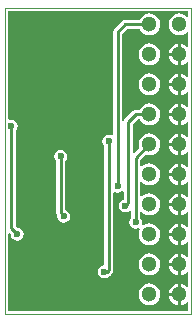
<source format=gbl>
G04 Layer_Physical_Order=2*
G04 Layer_Color=16711680*
%FSLAX25Y25*%
%MOIN*%
G70*
G01*
G75*
%ADD13C,0.01000*%
%ADD14C,0.00394*%
%ADD15C,0.05118*%
%ADD16C,0.02362*%
G36*
X1473000Y731195D02*
X1472783Y731121D01*
X1472500Y731068D01*
X1471795Y731609D01*
X1470929Y731967D01*
X1470000Y732090D01*
X1469071Y731967D01*
X1468205Y731609D01*
X1467462Y731038D01*
X1466891Y730295D01*
X1466533Y729429D01*
X1466410Y728500D01*
X1466533Y727571D01*
X1466891Y726705D01*
X1467462Y725962D01*
X1468205Y725391D01*
X1469071Y725033D01*
X1470000Y724910D01*
X1470929Y725033D01*
X1471795Y725391D01*
X1472500Y725932D01*
X1472783Y725878D01*
X1473000Y725805D01*
Y721195D01*
X1472783Y721122D01*
X1472500Y721068D01*
X1471795Y721609D01*
X1470929Y721967D01*
X1470500Y722024D01*
Y718500D01*
Y714976D01*
X1470929Y715033D01*
X1471795Y715391D01*
X1472500Y715932D01*
X1472783Y715878D01*
X1473000Y715805D01*
Y711195D01*
X1472783Y711122D01*
X1472500Y711068D01*
X1471795Y711609D01*
X1470929Y711967D01*
X1470500Y712024D01*
Y708500D01*
Y704976D01*
X1470929Y705033D01*
X1471795Y705391D01*
X1472500Y705932D01*
X1472783Y705878D01*
X1473000Y705805D01*
Y701195D01*
X1472783Y701122D01*
X1472500Y701068D01*
X1471795Y701609D01*
X1470929Y701967D01*
X1470500Y702024D01*
Y698500D01*
Y694976D01*
X1470929Y695033D01*
X1471795Y695391D01*
X1472500Y695932D01*
X1472783Y695879D01*
X1473000Y695805D01*
Y691195D01*
X1472783Y691121D01*
X1472500Y691068D01*
X1471795Y691609D01*
X1470929Y691967D01*
X1470500Y692024D01*
Y688500D01*
Y684976D01*
X1470929Y685033D01*
X1471795Y685391D01*
X1472500Y685932D01*
X1472783Y685879D01*
X1473000Y685805D01*
Y681195D01*
X1472783Y681121D01*
X1472500Y681068D01*
X1471795Y681609D01*
X1470929Y681967D01*
X1470500Y682024D01*
Y678500D01*
Y674976D01*
X1470929Y675033D01*
X1471795Y675391D01*
X1472500Y675932D01*
X1472783Y675878D01*
X1473000Y675805D01*
Y671195D01*
X1472783Y671122D01*
X1472500Y671068D01*
X1471795Y671609D01*
X1470929Y671967D01*
X1470500Y672024D01*
Y668500D01*
Y664976D01*
X1470929Y665033D01*
X1471795Y665391D01*
X1472500Y665932D01*
X1472783Y665878D01*
X1473000Y665805D01*
Y661195D01*
X1472783Y661122D01*
X1472500Y661068D01*
X1471795Y661609D01*
X1470929Y661967D01*
X1470500Y662024D01*
Y658500D01*
Y654976D01*
X1470929Y655033D01*
X1471795Y655391D01*
X1472500Y655932D01*
X1472783Y655878D01*
X1473000Y655805D01*
Y651195D01*
X1472783Y651122D01*
X1472500Y651068D01*
X1471795Y651609D01*
X1470929Y651967D01*
X1470500Y652024D01*
Y648500D01*
Y644976D01*
X1470929Y645033D01*
X1471795Y645391D01*
X1472500Y645932D01*
X1472783Y645879D01*
X1473000Y645805D01*
Y641195D01*
X1472783Y641121D01*
X1472500Y641068D01*
X1471795Y641609D01*
X1470929Y641967D01*
X1470500Y642024D01*
Y638500D01*
Y634976D01*
X1470929Y635033D01*
X1471795Y635391D01*
X1472500Y635932D01*
X1472783Y635879D01*
X1473000Y635805D01*
Y633000D01*
X1413000D01*
Y658684D01*
X1413442Y658867D01*
X1413785Y658545D01*
X1413776Y658500D01*
X1413945Y657649D01*
X1414427Y656927D01*
X1415149Y656445D01*
X1416000Y656276D01*
X1416851Y656445D01*
X1417572Y656927D01*
X1418055Y657649D01*
X1418224Y658500D01*
X1418055Y659351D01*
X1417572Y660073D01*
X1416851Y660555D01*
X1416000Y660724D01*
X1415949Y660714D01*
X1415529Y661133D01*
Y692899D01*
X1415572Y692928D01*
X1416055Y693649D01*
X1416224Y694500D01*
X1416055Y695351D01*
X1415572Y696072D01*
X1414851Y696555D01*
X1414000Y696724D01*
X1413500Y696624D01*
X1413000Y697011D01*
Y733000D01*
X1473000D01*
Y731195D01*
D02*
G37*
%LPC*%
G36*
X1430500Y686724D02*
X1429649Y686555D01*
X1428928Y686072D01*
X1428445Y685351D01*
X1428276Y684500D01*
X1428445Y683649D01*
X1428928Y682928D01*
X1428971Y682899D01*
Y665500D01*
X1429087Y664915D01*
X1429296Y664602D01*
X1429276Y664500D01*
X1429445Y663649D01*
X1429928Y662927D01*
X1430649Y662445D01*
X1431500Y662276D01*
X1432351Y662445D01*
X1433072Y662927D01*
X1433555Y663649D01*
X1433724Y664500D01*
X1433555Y665351D01*
X1433072Y666073D01*
X1432351Y666555D01*
X1432029Y666618D01*
Y682899D01*
X1432073Y682928D01*
X1432555Y683649D01*
X1432724Y684500D01*
X1432555Y685351D01*
X1432073Y686072D01*
X1431351Y686555D01*
X1430500Y686724D01*
D02*
G37*
G36*
X1469500Y662024D02*
X1469071Y661967D01*
X1468205Y661609D01*
X1467462Y661038D01*
X1466891Y660295D01*
X1466533Y659429D01*
X1466476Y659000D01*
X1469500D01*
Y662024D01*
D02*
G37*
G36*
Y658000D02*
X1466476D01*
X1466533Y657571D01*
X1466891Y656705D01*
X1467462Y655962D01*
X1468205Y655391D01*
X1469071Y655033D01*
X1469500Y654976D01*
Y658000D01*
D02*
G37*
G36*
Y678000D02*
X1466476D01*
X1466533Y677571D01*
X1466891Y676705D01*
X1467462Y675962D01*
X1468205Y675391D01*
X1469071Y675033D01*
X1469500Y674976D01*
Y678000D01*
D02*
G37*
G36*
Y672024D02*
X1469071Y671967D01*
X1468205Y671609D01*
X1467462Y671038D01*
X1466891Y670295D01*
X1466533Y669429D01*
X1466476Y669000D01*
X1469500D01*
Y672024D01*
D02*
G37*
G36*
Y668000D02*
X1466476D01*
X1466533Y667571D01*
X1466891Y666705D01*
X1467462Y665962D01*
X1468205Y665391D01*
X1469071Y665033D01*
X1469500Y664976D01*
Y668000D01*
D02*
G37*
G36*
Y642024D02*
X1469071Y641967D01*
X1468205Y641609D01*
X1467462Y641038D01*
X1466891Y640295D01*
X1466533Y639429D01*
X1466476Y639000D01*
X1469500D01*
Y642024D01*
D02*
G37*
G36*
Y638000D02*
X1466476D01*
X1466533Y637571D01*
X1466891Y636705D01*
X1467462Y635962D01*
X1468205Y635391D01*
X1469071Y635033D01*
X1469500Y634976D01*
Y638000D01*
D02*
G37*
G36*
X1460000Y642090D02*
X1459071Y641967D01*
X1458205Y641609D01*
X1457462Y641038D01*
X1456891Y640295D01*
X1456533Y639429D01*
X1456410Y638500D01*
X1456533Y637571D01*
X1456891Y636705D01*
X1457462Y635962D01*
X1458205Y635391D01*
X1459071Y635033D01*
X1460000Y634910D01*
X1460929Y635033D01*
X1461795Y635391D01*
X1462538Y635962D01*
X1463109Y636705D01*
X1463467Y637571D01*
X1463590Y638500D01*
X1463467Y639429D01*
X1463109Y640295D01*
X1462538Y641038D01*
X1461795Y641609D01*
X1460929Y641967D01*
X1460000Y642090D01*
D02*
G37*
G36*
X1469500Y652024D02*
X1469071Y651967D01*
X1468205Y651609D01*
X1467462Y651038D01*
X1466891Y650295D01*
X1466533Y649429D01*
X1466476Y649000D01*
X1469500D01*
Y652024D01*
D02*
G37*
G36*
Y648000D02*
X1466476D01*
X1466533Y647571D01*
X1466891Y646705D01*
X1467462Y645962D01*
X1468205Y645391D01*
X1469071Y645033D01*
X1469500Y644976D01*
Y648000D01*
D02*
G37*
G36*
X1460000Y652090D02*
X1459071Y651967D01*
X1458205Y651609D01*
X1457462Y651038D01*
X1456891Y650295D01*
X1456533Y649429D01*
X1456410Y648500D01*
X1456533Y647571D01*
X1456891Y646705D01*
X1457462Y645962D01*
X1458205Y645391D01*
X1459071Y645033D01*
X1460000Y644910D01*
X1460929Y645033D01*
X1461795Y645391D01*
X1462538Y645962D01*
X1463109Y646705D01*
X1463467Y647571D01*
X1463590Y648500D01*
X1463467Y649429D01*
X1463109Y650295D01*
X1462538Y651038D01*
X1461795Y651609D01*
X1460929Y651967D01*
X1460000Y652090D01*
D02*
G37*
G36*
Y722090D02*
X1459071Y721967D01*
X1458205Y721609D01*
X1457462Y721038D01*
X1456891Y720295D01*
X1456533Y719429D01*
X1456410Y718500D01*
X1456533Y717571D01*
X1456891Y716705D01*
X1457462Y715962D01*
X1458205Y715391D01*
X1459071Y715033D01*
X1460000Y714910D01*
X1460929Y715033D01*
X1461795Y715391D01*
X1462538Y715962D01*
X1463109Y716705D01*
X1463467Y717571D01*
X1463590Y718500D01*
X1463467Y719429D01*
X1463109Y720295D01*
X1462538Y721038D01*
X1461795Y721609D01*
X1460929Y721967D01*
X1460000Y722090D01*
D02*
G37*
G36*
X1469500Y712024D02*
X1469071Y711967D01*
X1468205Y711609D01*
X1467462Y711038D01*
X1466891Y710295D01*
X1466533Y709429D01*
X1466476Y709000D01*
X1469500D01*
Y712024D01*
D02*
G37*
G36*
Y708000D02*
X1466476D01*
X1466533Y707571D01*
X1466891Y706705D01*
X1467462Y705962D01*
X1468205Y705391D01*
X1469071Y705033D01*
X1469500Y704976D01*
Y708000D01*
D02*
G37*
G36*
X1460000Y732090D02*
X1459071Y731967D01*
X1458205Y731609D01*
X1457462Y731038D01*
X1456891Y730295D01*
X1456781Y730029D01*
X1452000D01*
X1451415Y729913D01*
X1450919Y729581D01*
X1448419Y727081D01*
X1448087Y726585D01*
X1447971Y726000D01*
Y691671D01*
X1447530Y691435D01*
X1447351Y691555D01*
X1446500Y691724D01*
X1445649Y691555D01*
X1444928Y691073D01*
X1444445Y690351D01*
X1444276Y689500D01*
X1444445Y688649D01*
X1444928Y687927D01*
X1444971Y687899D01*
Y648218D01*
X1444149Y648055D01*
X1443427Y647573D01*
X1442945Y646851D01*
X1442776Y646000D01*
X1442945Y645149D01*
X1443427Y644427D01*
X1444149Y643945D01*
X1445000Y643776D01*
X1445851Y643945D01*
X1446572Y644427D01*
X1446755Y644700D01*
X1447081Y644919D01*
X1447581Y645419D01*
X1447913Y645915D01*
X1448029Y646500D01*
Y672329D01*
X1448470Y672565D01*
X1448649Y672445D01*
X1449500Y672276D01*
X1450351Y672445D01*
X1450971Y672859D01*
X1451471Y672692D01*
Y670119D01*
X1451149Y670055D01*
X1450428Y669572D01*
X1449945Y668851D01*
X1449776Y668000D01*
X1449945Y667149D01*
X1450428Y666428D01*
X1451149Y665945D01*
X1452000Y665776D01*
X1452851Y665945D01*
X1453471Y666359D01*
X1453971Y666192D01*
Y664101D01*
X1453928Y664073D01*
X1453445Y663351D01*
X1453276Y662500D01*
X1453445Y661649D01*
X1453928Y660927D01*
X1454649Y660445D01*
X1455500Y660276D01*
X1456351Y660445D01*
X1456464Y660521D01*
X1456840Y660171D01*
X1456533Y659429D01*
X1456410Y658500D01*
X1456533Y657571D01*
X1456891Y656705D01*
X1457462Y655962D01*
X1458205Y655391D01*
X1459071Y655033D01*
X1460000Y654910D01*
X1460929Y655033D01*
X1461795Y655391D01*
X1462538Y655962D01*
X1463109Y656705D01*
X1463467Y657571D01*
X1463590Y658500D01*
X1463467Y659429D01*
X1463109Y660295D01*
X1462538Y661038D01*
X1461795Y661609D01*
X1460929Y661967D01*
X1460000Y662090D01*
X1459071Y661967D01*
X1458205Y661609D01*
X1457984Y661439D01*
X1457866Y661496D01*
X1457576Y661756D01*
X1457724Y662500D01*
X1457555Y663351D01*
X1457073Y664073D01*
X1457029Y664101D01*
Y665787D01*
X1457529Y665910D01*
X1458205Y665391D01*
X1459071Y665033D01*
X1460000Y664910D01*
X1460929Y665033D01*
X1461795Y665391D01*
X1462538Y665962D01*
X1463109Y666705D01*
X1463467Y667571D01*
X1463590Y668500D01*
X1463467Y669429D01*
X1463109Y670295D01*
X1462538Y671038D01*
X1461795Y671609D01*
X1460929Y671967D01*
X1460000Y672090D01*
X1459071Y671967D01*
X1458205Y671609D01*
X1457529Y671090D01*
X1457029Y671213D01*
Y675786D01*
X1457529Y675910D01*
X1458205Y675391D01*
X1459071Y675033D01*
X1460000Y674910D01*
X1460929Y675033D01*
X1461795Y675391D01*
X1462538Y675962D01*
X1463109Y676705D01*
X1463467Y677571D01*
X1463590Y678500D01*
X1463467Y679429D01*
X1463109Y680295D01*
X1462538Y681038D01*
X1461795Y681609D01*
X1460929Y681967D01*
X1460000Y682090D01*
X1459071Y681967D01*
X1458205Y681609D01*
X1457529Y681090D01*
X1457029Y681214D01*
Y683366D01*
X1458805Y685143D01*
X1459071Y685033D01*
X1460000Y684910D01*
X1460929Y685033D01*
X1461795Y685391D01*
X1462538Y685962D01*
X1463109Y686705D01*
X1463467Y687571D01*
X1463590Y688500D01*
X1463467Y689429D01*
X1463109Y690295D01*
X1462538Y691038D01*
X1461795Y691609D01*
X1460929Y691967D01*
X1460000Y692090D01*
X1459071Y691967D01*
X1458205Y691609D01*
X1457462Y691038D01*
X1456891Y690295D01*
X1456533Y689429D01*
X1456410Y688500D01*
X1456533Y687571D01*
X1456643Y687305D01*
X1454991Y685654D01*
X1454529Y685846D01*
Y695366D01*
X1456133Y696971D01*
X1456781D01*
X1456891Y696705D01*
X1457462Y695962D01*
X1458205Y695391D01*
X1459071Y695033D01*
X1460000Y694910D01*
X1460929Y695033D01*
X1461795Y695391D01*
X1462538Y695962D01*
X1463109Y696705D01*
X1463467Y697571D01*
X1463590Y698500D01*
X1463467Y699429D01*
X1463109Y700295D01*
X1462538Y701038D01*
X1461795Y701609D01*
X1460929Y701967D01*
X1460000Y702090D01*
X1459071Y701967D01*
X1458205Y701609D01*
X1457462Y701038D01*
X1456891Y700295D01*
X1456781Y700029D01*
X1455500D01*
X1454915Y699913D01*
X1454419Y699581D01*
X1451919Y697081D01*
X1451587Y696585D01*
X1451529Y696295D01*
X1451029Y696345D01*
Y725366D01*
X1452633Y726971D01*
X1456781D01*
X1456891Y726705D01*
X1457462Y725962D01*
X1458205Y725391D01*
X1459071Y725033D01*
X1460000Y724910D01*
X1460929Y725033D01*
X1461795Y725391D01*
X1462538Y725962D01*
X1463109Y726705D01*
X1463467Y727571D01*
X1463590Y728500D01*
X1463467Y729429D01*
X1463109Y730295D01*
X1462538Y731038D01*
X1461795Y731609D01*
X1460929Y731967D01*
X1460000Y732090D01*
D02*
G37*
G36*
X1469500Y722024D02*
X1469071Y721967D01*
X1468205Y721609D01*
X1467462Y721038D01*
X1466891Y720295D01*
X1466533Y719429D01*
X1466476Y719000D01*
X1469500D01*
Y722024D01*
D02*
G37*
G36*
Y718000D02*
X1466476D01*
X1466533Y717571D01*
X1466891Y716705D01*
X1467462Y715962D01*
X1468205Y715391D01*
X1469071Y715033D01*
X1469500Y714976D01*
Y718000D01*
D02*
G37*
G36*
Y692024D02*
X1469071Y691967D01*
X1468205Y691609D01*
X1467462Y691038D01*
X1466891Y690295D01*
X1466533Y689429D01*
X1466476Y689000D01*
X1469500D01*
Y692024D01*
D02*
G37*
G36*
Y688000D02*
X1466476D01*
X1466533Y687571D01*
X1466891Y686705D01*
X1467462Y685962D01*
X1468205Y685391D01*
X1469071Y685033D01*
X1469500Y684976D01*
Y688000D01*
D02*
G37*
G36*
Y682024D02*
X1469071Y681967D01*
X1468205Y681609D01*
X1467462Y681038D01*
X1466891Y680295D01*
X1466533Y679429D01*
X1466476Y679000D01*
X1469500D01*
Y682024D01*
D02*
G37*
G36*
X1460000Y712090D02*
X1459071Y711967D01*
X1458205Y711609D01*
X1457462Y711038D01*
X1456891Y710295D01*
X1456533Y709429D01*
X1456410Y708500D01*
X1456533Y707571D01*
X1456891Y706705D01*
X1457462Y705962D01*
X1458205Y705391D01*
X1459071Y705033D01*
X1460000Y704910D01*
X1460929Y705033D01*
X1461795Y705391D01*
X1462538Y705962D01*
X1463109Y706705D01*
X1463467Y707571D01*
X1463590Y708500D01*
X1463467Y709429D01*
X1463109Y710295D01*
X1462538Y711038D01*
X1461795Y711609D01*
X1460929Y711967D01*
X1460000Y712090D01*
D02*
G37*
G36*
X1469500Y702024D02*
X1469071Y701967D01*
X1468205Y701609D01*
X1467462Y701038D01*
X1466891Y700295D01*
X1466533Y699429D01*
X1466476Y699000D01*
X1469500D01*
Y702024D01*
D02*
G37*
G36*
Y698000D02*
X1466476D01*
X1466533Y697571D01*
X1466891Y696705D01*
X1467462Y695962D01*
X1468205Y695391D01*
X1469071Y695033D01*
X1469500Y694976D01*
Y698000D01*
D02*
G37*
%LPD*%
D13*
X1449500Y726000D02*
X1452000Y728500D01*
X1460000D01*
X1455500Y698500D02*
X1460000D01*
X1449500Y674500D02*
Y726000D01*
X1455500Y684000D02*
X1460000Y688500D01*
X1453000Y696000D02*
X1455500Y698500D01*
X1452000Y668000D02*
X1453000Y669000D01*
Y696000D01*
X1455500Y662500D02*
Y684000D01*
X1430500Y665500D02*
X1431500Y664500D01*
X1430500Y665500D02*
Y684500D01*
X1414000Y660500D02*
Y694500D01*
Y660500D02*
X1416000Y658500D01*
X1446500Y646500D02*
Y689500D01*
X1446000Y646000D02*
X1446500Y646500D01*
X1445000Y646000D02*
X1446000D01*
D14*
X1412000Y632000D02*
Y734000D01*
Y632000D02*
X1474000D01*
Y734000D01*
X1412000D02*
X1474000D01*
D15*
X1470000Y718500D02*
D03*
Y708500D02*
D03*
Y698500D02*
D03*
Y688500D02*
D03*
Y678500D02*
D03*
Y668500D02*
D03*
Y658500D02*
D03*
Y648500D02*
D03*
Y638500D02*
D03*
Y728500D02*
D03*
X1460000Y638500D02*
D03*
Y648500D02*
D03*
Y658500D02*
D03*
Y668500D02*
D03*
Y678500D02*
D03*
Y688500D02*
D03*
Y698500D02*
D03*
Y708500D02*
D03*
Y718500D02*
D03*
Y728500D02*
D03*
D03*
D16*
X1449500Y674500D02*
D03*
X1452000Y668000D02*
D03*
X1430500Y684500D02*
D03*
X1455500Y662500D02*
D03*
X1431500Y664500D02*
D03*
X1414000Y694500D02*
D03*
X1416000Y658500D02*
D03*
X1446500Y689500D02*
D03*
X1445000Y646000D02*
D03*
X1434500Y700500D02*
D03*
X1440500D02*
D03*
X1446000D02*
D03*
X1437500Y704500D02*
D03*
X1443500D02*
D03*
M02*

</source>
